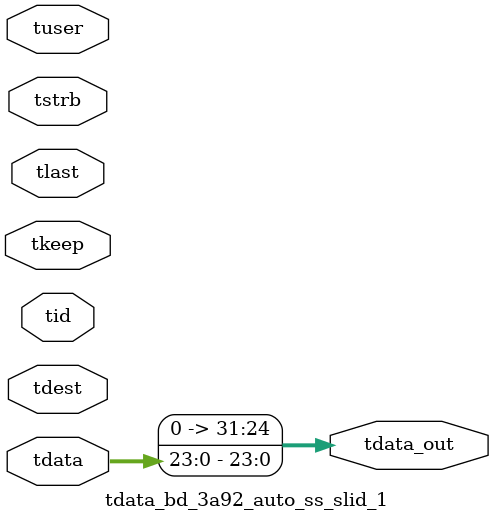
<source format=v>


`timescale 1ps/1ps

module tdata_bd_3a92_auto_ss_slid_1 #
(
parameter C_S_AXIS_TDATA_WIDTH = 32,
parameter C_S_AXIS_TUSER_WIDTH = 0,
parameter C_S_AXIS_TID_WIDTH   = 0,
parameter C_S_AXIS_TDEST_WIDTH = 0,
parameter C_M_AXIS_TDATA_WIDTH = 32
)
(
input  [(C_S_AXIS_TDATA_WIDTH == 0 ? 1 : C_S_AXIS_TDATA_WIDTH)-1:0     ] tdata,
input  [(C_S_AXIS_TUSER_WIDTH == 0 ? 1 : C_S_AXIS_TUSER_WIDTH)-1:0     ] tuser,
input  [(C_S_AXIS_TID_WIDTH   == 0 ? 1 : C_S_AXIS_TID_WIDTH)-1:0       ] tid,
input  [(C_S_AXIS_TDEST_WIDTH == 0 ? 1 : C_S_AXIS_TDEST_WIDTH)-1:0     ] tdest,
input  [(C_S_AXIS_TDATA_WIDTH/8)-1:0 ] tkeep,
input  [(C_S_AXIS_TDATA_WIDTH/8)-1:0 ] tstrb,
input                                                                    tlast,
output [C_M_AXIS_TDATA_WIDTH-1:0] tdata_out
);

assign tdata_out = {tdata[23:0]};

endmodule


</source>
